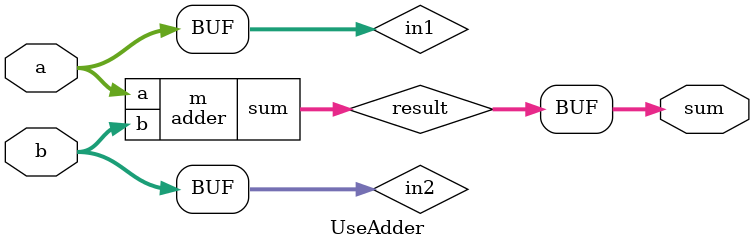
<source format=v>

module adder(
  input  [7:0] a,
  input  [7:0] b,
  output [7:0] sum
);

  assign sum = a + b;

endmodule
//- end

module UseAdder(
      input  [7:0] a,
      input  [7:0] b,
      output [7:0] sum
    );

//- start v_use_adder
    wire [7:0] in1;
    wire [7:0] in2;
    wire [7:0] result;

    adder m(.a(in1), .b(in2), .sum(result));
//- end

    assign in1 = a;
    assign in2 = b;

    assign sum = result;
endmodule

</source>
